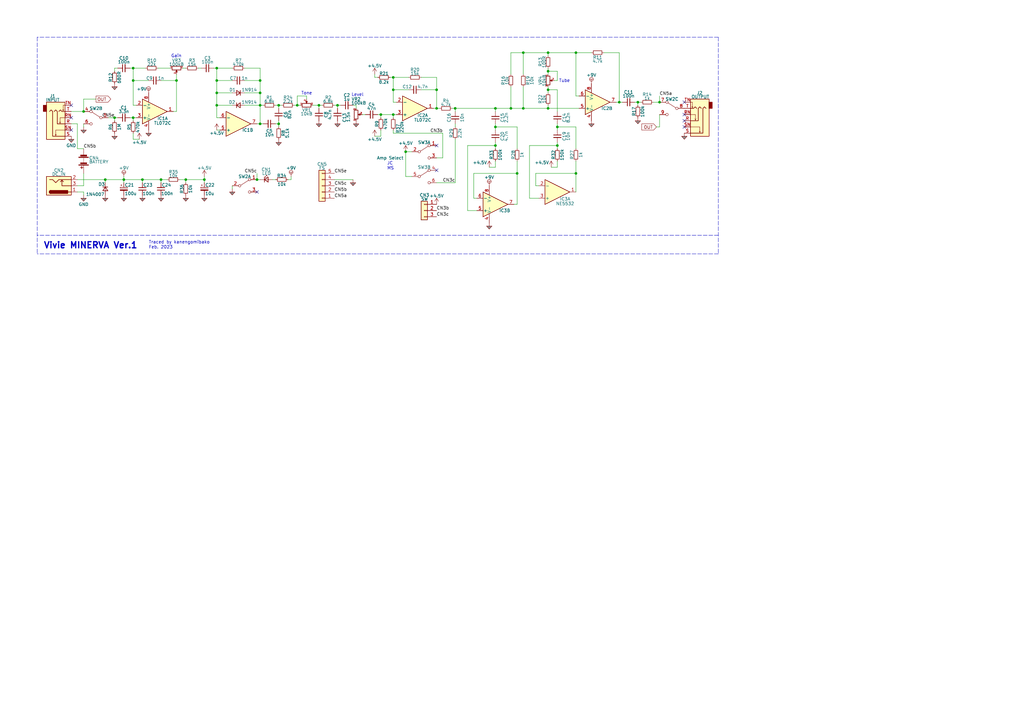
<source format=kicad_sch>
(kicad_sch (version 20230121) (generator eeschema)
  (paper "A3")
  (lib_symbols
    (symbol "Amplifier_Operational:LM358" (pin_names (offset 0.127))
      (property "Reference" "U" (at 0 5.08 0))
      (property "Value" "LM358" (at 0 -5.08 0))
      (symbol "LM358_1_1"
        (polyline (pts (xy -5.08 5.08) (xy 5.08 0) (xy -5.08 -5.08) (xy -5.08 5.08)) (stroke (width 0.254)) (fill (type background)))
        (pin output line (at 7.62 0 180) (length 2.54) (name "~") (number "1"))
        (pin input line (at -7.62 -2.54 0) (length 2.54) (name "-") (number "2"))
        (pin input line (at -7.62 2.54 0) (length 2.54) (name "+") (number "3"))
      )
      (symbol "LM358_2_1"
        (polyline (pts (xy -5.08 5.08) (xy 5.08 0) (xy -5.08 -5.08) (xy -5.08 5.08)) (stroke (width 0.254)) (fill (type background)))
        (pin input line (at -7.62 2.54 0) (length 2.54) (name "+") (number "5"))
        (pin input line (at -7.62 -2.54 0) (length 2.54) (name "-") (number "6"))
        (pin output line (at 7.62 0 180) (length 2.54) (name "~") (number "7"))
      )
      (symbol "LM358_3_1"
        (pin power_in line (at -2.54 -7.62 90) (length 3.81) (name "V-") (number "4"))
        (pin power_in line (at -2.54 7.62 270) (length 3.81) (name "V+") (number "8"))
      )
    )
    (symbol "Connector:Barrel_Jack_Switch" (pin_names hide)
      (property "Reference" "J" (at 0 5.334 0))
      (property "Value" "Barrel_Jack_Switch" (at 0 -5.08 0))
      (symbol "Barrel_Jack_Switch_0_1"
        (rectangle (start -5.08 3.81) (end 5.08 -3.81) (stroke (width 0.254)) (fill (type background)))
        (arc (start -3.302 3.175) (mid -3.9343 2.54) (end -3.302 1.905) (stroke (width 0.254)))
        (arc (start -3.302 3.175) (mid -3.9343 2.54) (end -3.302 1.905) (stroke (width 0.254)) (fill (type outline)))
        (polyline (pts (xy 1.27 -2.286) (xy 1.905 -1.651)) (stroke (width 0.254)))
        (polyline (pts (xy 5.08 2.54) (xy 3.81 2.54)) (stroke (width 0.254)))
        (polyline (pts (xy 5.08 0) (xy 1.27 0) (xy 1.27 -2.286) (xy 0.635 -1.651)) (stroke (width 0.254)))
        (polyline (pts (xy -3.81 -2.54) (xy -2.54 -2.54) (xy -1.27 -1.27) (xy 0 -2.54) (xy 2.54 -2.54) (xy 5.08 -2.54)) (stroke (width 0.254)))
        (rectangle (start 3.683 3.175) (end -3.302 1.905) (stroke (width 0.254)) (fill (type outline)))
      )
      (symbol "Barrel_Jack_Switch_1_1"
        (pin passive line (at 7.62 2.54 180) (length 2.54) (name "~") (number "1"))
        (pin passive line (at 7.62 -2.54 180) (length 2.54) (name "~") (number "2"))
        (pin passive line (at 7.62 0 180) (length 2.54) (name "~") (number "3"))
      )
    )
    (symbol "Connector_Audio:AudioJack3_Switch"
      (property "Reference" "J" (at 0 11.43 0))
      (property "Value" "AudioJack3_Switch" (at 0 8.89 0))
      (symbol "AudioJack3_Switch_0_1"
        (rectangle (start -5.08 -5.08) (end -6.35 -7.62) (stroke (width 0.254)) (fill (type outline)))
        (polyline (pts (xy -1.27 4.826) (xy -1.016 4.318)))
        (polyline (pts (xy 0.508 -0.254) (xy 0.762 -0.762)))
        (polyline (pts (xy 1.778 -5.334) (xy 2.032 -5.842)))
        (polyline (pts (xy 0 -5.08) (xy 0.635 -5.715) (xy 1.27 -5.08) (xy 2.54 -5.08)) (stroke (width 0.254)))
        (polyline (pts (xy 2.54 -7.62) (xy 1.778 -7.62) (xy 1.778 -5.334) (xy 1.524 -5.842)))
        (polyline (pts (xy 2.54 -2.54) (xy 0.508 -2.54) (xy 0.508 -0.254) (xy 0.254 -0.762)))
        (polyline (pts (xy 2.54 2.54) (xy -1.27 2.54) (xy -1.27 4.826) (xy -1.524 4.318)))
        (polyline (pts (xy -1.905 -5.08) (xy -1.27 -5.715) (xy -0.635 -5.08) (xy -0.635 0) (xy 2.54 0)) (stroke (width 0.254)))
        (polyline (pts (xy 2.54 5.08) (xy -2.54 5.08) (xy -2.54 -5.08) (xy -3.175 -5.715) (xy -3.81 -5.08)) (stroke (width 0.254)))
        (rectangle (start 2.54 6.35) (end -5.08 -8.89) (stroke (width 0.254)) (fill (type background)))
      )
      (symbol "AudioJack3_Switch_1_1"
        (pin passive line (at 5.08 0 180) (length 2.54) (name "~") (number "R"))
        (pin passive line (at 5.08 -2.54 180) (length 2.54) (name "~") (number "RN"))
        (pin passive line (at 5.08 5.08 180) (length 2.54) (name "~") (number "S"))
        (pin passive line (at 5.08 2.54 180) (length 2.54) (name "~") (number "SN"))
        (pin passive line (at 5.08 -5.08 180) (length 2.54) (name "~") (number "T"))
        (pin passive line (at 5.08 -7.62 180) (length 2.54) (name "~") (number "TN"))
      )
    )
    (symbol "Connector_Generic:Conn_01x03" (pin_names (offset 1.016) hide)
      (property "Reference" "J" (at 0 5.08 0))
      (property "Value" "Conn_01x03" (at 0 -5.08 0))
      (symbol "Conn_01x03_1_1"
        (rectangle (start -1.27 -2.413) (end 0 -2.667) (stroke (width 0.1524)))
        (rectangle (start -1.27 0.127) (end 0 -0.127) (stroke (width 0.1524)))
        (rectangle (start -1.27 2.667) (end 0 2.413) (stroke (width 0.1524)))
        (rectangle (start -1.27 3.81) (end 1.27 -3.81) (stroke (width 0.254)) (fill (type background)))
        (pin passive line (at -5.08 2.54 0) (length 3.81) (name "Pin_1") (number "1"))
        (pin passive line (at -5.08 0 0) (length 3.81) (name "Pin_2") (number "2"))
        (pin passive line (at -5.08 -2.54 0) (length 3.81) (name "Pin_3") (number "3"))
      )
    )
    (symbol "Connector_Generic:Conn_01x05" (pin_names (offset 1.016) hide)
      (property "Reference" "J" (at 0 7.62 0))
      (property "Value" "Conn_01x05" (at 0 -7.62 0))
      (symbol "Conn_01x05_1_1"
        (rectangle (start -1.27 -4.953) (end 0 -5.207) (stroke (width 0.1524)))
        (rectangle (start -1.27 -2.413) (end 0 -2.667) (stroke (width 0.1524)))
        (rectangle (start -1.27 0.127) (end 0 -0.127) (stroke (width 0.1524)))
        (rectangle (start -1.27 2.667) (end 0 2.413) (stroke (width 0.1524)))
        (rectangle (start -1.27 5.207) (end 0 4.953) (stroke (width 0.1524)))
        (rectangle (start -1.27 6.35) (end 1.27 -6.35) (stroke (width 0.254)) (fill (type background)))
        (pin passive line (at -5.08 5.08 0) (length 3.81) (name "Pin_1") (number "1"))
        (pin passive line (at -5.08 2.54 0) (length 3.81) (name "Pin_2") (number "2"))
        (pin passive line (at -5.08 0 0) (length 3.81) (name "Pin_3") (number "3"))
        (pin passive line (at -5.08 -2.54 0) (length 3.81) (name "Pin_4") (number "4"))
        (pin passive line (at -5.08 -5.08 0) (length 3.81) (name "Pin_5") (number "5"))
      )
    )
    (symbol "Device:Battery" (pin_numbers hide) (pin_names (offset 0) hide)
      (property "Reference" "BT" (at 2.54 2.54 0))
      (property "Value" "Battery" (at 2.54 0 0))
      (symbol "Battery_0_1"
        (rectangle (start -2.032 -1.397) (end 2.032 -1.651) (fill (type outline)))
        (rectangle (start -2.032 1.778) (end 2.032 1.524) (fill (type outline)))
        (rectangle (start -1.3208 -1.9812) (end 1.27 -2.4892) (fill (type outline)))
        (rectangle (start -1.3208 1.1938) (end 1.27 0.6858) (fill (type outline)))
        (polyline (pts (xy 0 -1.524) (xy 0 -1.27)))
        (polyline (pts (xy 0 -1.016) (xy 0 -0.762)))
        (polyline (pts (xy 0 -0.508) (xy 0 -0.254)))
        (polyline (pts (xy 0 0) (xy 0 0.254)))
        (polyline (pts (xy 0 0.508) (xy 0 0.762)))
        (polyline (pts (xy 0 1.778) (xy 0 2.54)))
        (polyline (pts (xy 0.254 2.667) (xy 1.27 2.667)) (stroke (width 0.254)))
        (polyline (pts (xy 0.762 3.175) (xy 0.762 2.159)) (stroke (width 0.254)))
      )
      (symbol "Battery_1_1"
        (pin passive line (at 0 5.08 270) (length 2.54) (name "+") (number "1"))
        (pin passive line (at 0 -5.08 90) (length 2.54) (name "-") (number "2"))
      )
    )
    (symbol "Device:C_Polarized_Small" (pin_numbers hide) (pin_names (offset 0.254) hide)
      (property "Reference" "C" (at 0.254 1.778 0))
      (property "Value" "C_Polarized_Small" (at 0.254 -2.032 0))
      (symbol "C_Polarized_Small_0_1"
        (rectangle (start -1.524 -0.3048) (end 1.524 -0.6858) (fill (type outline)))
        (rectangle (start -1.524 0.6858) (end 1.524 0.3048))
        (polyline (pts (xy -1.27 1.524) (xy -0.762 1.524)))
        (polyline (pts (xy -1.016 1.27) (xy -1.016 1.778)))
      )
      (symbol "C_Polarized_Small_1_1"
        (pin passive line (at 0 2.54 270) (length 1.8542) (name "~") (number "1"))
        (pin passive line (at 0 -2.54 90) (length 1.8542) (name "~") (number "2"))
      )
    )
    (symbol "Device:C_Small" (pin_numbers hide) (pin_names (offset 0.254) hide)
      (property "Reference" "C" (at 0.254 1.778 0))
      (property "Value" "C_Small" (at 0.254 -2.032 0))
      (symbol "C_Small_0_1"
        (polyline (pts (xy -1.524 -0.508) (xy 1.524 -0.508)) (stroke (width 0.3302)))
        (polyline (pts (xy -1.524 0.508) (xy 1.524 0.508)) (stroke (width 0.3048)))
      )
      (symbol "C_Small_1_1"
        (pin passive line (at 0 2.54 270) (length 2.032) (name "~") (number "1"))
        (pin passive line (at 0 -2.54 90) (length 2.032) (name "~") (number "2"))
      )
    )
    (symbol "Device:D_Small" (pin_numbers hide) (pin_names (offset 0.254) hide)
      (property "Reference" "D" (at -1.27 2.032 0))
      (property "Value" "D_Small" (at -3.81 -2.032 0))
      (symbol "D_Small_0_1"
        (polyline (pts (xy -0.762 -1.016) (xy -0.762 1.016)) (stroke (width 0.254)))
        (polyline (pts (xy -0.762 0) (xy 0.762 0)))
        (polyline (pts (xy 0.762 -1.016) (xy -0.762 0) (xy 0.762 1.016) (xy 0.762 -1.016)) (stroke (width 0.254)))
      )
      (symbol "D_Small_1_1"
        (pin passive line (at -2.54 0 0) (length 1.778) (name "K") (number "1"))
        (pin passive line (at 2.54 0 180) (length 1.778) (name "A") (number "2"))
      )
    )
    (symbol "Device:LED_Small" (pin_numbers hide) (pin_names (offset 0.254) hide)
      (property "Reference" "D" (at -1.27 3.175 0))
      (property "Value" "LED_Small" (at -4.445 -2.54 0))
      (symbol "LED_Small_0_1"
        (polyline (pts (xy -0.762 -1.016) (xy -0.762 1.016)) (stroke (width 0.254)))
        (polyline (pts (xy 1.016 0) (xy -0.762 0)))
        (polyline (pts (xy 0.762 -1.016) (xy -0.762 0) (xy 0.762 1.016) (xy 0.762 -1.016)) (stroke (width 0.254)))
        (polyline (pts (xy 0 0.762) (xy -0.508 1.27) (xy -0.254 1.27) (xy -0.508 1.27) (xy -0.508 1.016)))
        (polyline (pts (xy 0.508 1.27) (xy 0 1.778) (xy 0.254 1.778) (xy 0 1.778) (xy 0 1.524)))
      )
      (symbol "LED_Small_1_1"
        (pin passive line (at -2.54 0 0) (length 1.778) (name "K") (number "1"))
        (pin passive line (at 2.54 0 180) (length 1.778) (name "A") (number "2"))
      )
    )
    (symbol "Device:R_Potentiometer_Small" (pin_names (offset 1.016) hide)
      (property "Reference" "RV" (at -4.445 0 90))
      (property "Value" "R_Potentiometer_Small" (at -2.54 0 90))
      (symbol "R_Potentiometer_Small_0_1"
        (polyline (pts (xy 0.889 0) (xy 0.635 0) (xy 1.651 0.381) (xy 1.651 -0.381) (xy 0.635 0) (xy 0.889 0)) (fill (type outline)))
        (rectangle (start 0.762 1.8034) (end -0.762 -1.8034) (stroke (width 0.254)))
      )
      (symbol "R_Potentiometer_Small_1_1"
        (pin passive line (at 0 2.54 270) (length 0.635) (name "1") (number "1"))
        (pin passive line (at 2.54 0 180) (length 0.9906) (name "2") (number "2"))
        (pin passive line (at 0 -2.54 90) (length 0.635) (name "3") (number "3"))
      )
    )
    (symbol "Device:R_Small" (pin_numbers hide) (pin_names (offset 0.254) hide)
      (property "Reference" "R" (at 0.762 0.508 0))
      (property "Value" "R_Small" (at 0.762 -1.016 0))
      (symbol "R_Small_0_1"
        (rectangle (start -0.762 1.778) (end 0.762 -1.778) (stroke (width 0.2032)))
      )
      (symbol "R_Small_1_1"
        (pin passive line (at 0 2.54 270) (length 0.762) (name "~") (number "1"))
        (pin passive line (at 0 -2.54 90) (length 0.762) (name "~") (number "2"))
      )
    )
    (symbol "Switch:SW_DPDT_x2" (pin_names (offset 0) hide)
      (property "Reference" "SW" (at 0 4.318 0))
      (property "Value" "SW_DPDT_x2" (at 0 -5.08 0))
      (symbol "SW_DPDT_x2_0_0"
        (circle (center -2.032 0) (radius 0.508))
        (circle (center 2.032 -2.54) (radius 0.508))
      )
      (symbol "SW_DPDT_x2_0_1"
        (polyline (pts (xy -1.524 0.254) (xy 1.651 2.286)))
        (circle (center 2.032 2.54) (radius 0.508))
      )
      (symbol "SW_DPDT_x2_1_1"
        (pin passive line (at 5.08 2.54 180) (length 2.54) (name "A") (number "1"))
        (pin passive line (at -5.08 0 0) (length 2.54) (name "B") (number "2"))
        (pin passive line (at 5.08 -2.54 180) (length 2.54) (name "C") (number "3"))
      )
      (symbol "SW_DPDT_x2_2_1"
        (pin passive line (at 5.08 2.54 180) (length 2.54) (name "A") (number "4"))
        (pin passive line (at -5.08 0 0) (length 2.54) (name "B") (number "5"))
        (pin passive line (at 5.08 -2.54 180) (length 2.54) (name "C") (number "6"))
      )
    )
    (symbol "myLib:+4.5V" (power) (pin_names (offset 0))
      (property "Value" "+4.5V" (at 0 3.556 0))
      (symbol "+4.5V_0_1"
        (polyline (pts (xy -0.762 1.27) (xy 0 2.54)))
        (polyline (pts (xy 0 0) (xy 0 2.54)))
        (polyline (pts (xy 0 2.54) (xy 0.762 1.27)))
      )
      (symbol "+4.5V_1_1"
        (pin power_in line (at 0 0 90) (length 0) hide (name "+4.5V") (number "1"))
      )
    )
    (symbol "myLib:+9V" (power) (pin_names (offset 0))
      (property "Value" "+9V" (at 0 3.556 0))
      (symbol "+9V_0_0"
        (polyline (pts (xy -0.762 1.778) (xy 0.762 1.778)))
        (circle (center 0 1.778) (radius 0.7725))
      )
      (symbol "+9V_0_1"
        (polyline (pts (xy 0 0) (xy 0 1.778)))
      )
      (symbol "+9V_1_1"
        (pin power_in line (at 0 0 90) (length 0) hide (name "+9V") (number "1"))
      )
    )
    (symbol "myLib:GND2" (power) (pin_names (offset 0))
      (symbol "GND2_0_1"
        (polyline (pts (xy 0 0) (xy 0 -1.27)))
        (polyline (pts (xy 0 -2.54) (xy 1.143 -1.27) (xy -1.143 -1.27) (xy 0 -2.54)) (fill (type color) (color 132 132 132 1)))
      )
      (symbol "GND2_1_1"
        (pin power_in line (at 0 0 270) (length 0) hide (name "GND") (number "1"))
      )
    )
    (symbol "myLib:SW_3PDT" (pin_names (offset 0) hide)
      (property "Reference" "SW" (at 0 4.318 0))
      (property "Value" "SW_3PDT" (at 0 -5.08 0))
      (symbol "SW_3PDT_0_0"
        (circle (center -2.032 0) (radius 0.508))
        (circle (center 2.032 -2.54) (radius 0.508))
      )
      (symbol "SW_3PDT_0_1"
        (polyline (pts (xy -1.524 0.254) (xy 1.651 2.286)))
        (circle (center 2.032 2.54) (radius 0.508))
      )
      (symbol "SW_3PDT_1_1"
        (pin passive line (at 5.08 2.54 180) (length 2.54) (name "A") (number "1"))
        (pin passive line (at -5.08 0 0) (length 2.54) (name "B") (number "2"))
        (pin passive line (at 5.08 -2.54 180) (length 2.54) (name "C") (number "3"))
      )
      (symbol "SW_3PDT_2_1"
        (pin passive line (at 5.08 2.54 180) (length 2.54) (name "A") (number "4"))
        (pin passive line (at -5.08 0 0) (length 2.54) (name "B") (number "5"))
        (pin passive line (at 5.08 -2.54 180) (length 2.54) (name "C") (number "6"))
      )
      (symbol "SW_3PDT_3_1"
        (pin passive line (at 5.08 2.54 180) (length 2.54) (name "A") (number "7"))
        (pin passive line (at -5.08 0 0) (length 2.54) (name "B") (number "8"))
        (pin passive line (at 5.08 -2.54 180) (length 2.54) (name "C") (number "9"))
      )
    )
  )
  (junction (at 254 41.91))
  (junction (at 54.61 48.26))
  (junction (at 114.3 50.8))
  (junction (at 114.3 43.18))
  (junction (at 106.68 43.18))
  (junction (at 72.39 33.02))
  (junction (at 236.22 21.59))
  (junction (at 88.9 43.18))
  (junction (at 203.2 44.45))
  (junction (at 209.55 44.45))
  (junction (at 43.18 73.66))
  (junction (at 88.9 27.94))
  (junction (at 54.61 27.94))
  (junction (at 228.6 59.69))
  (junction (at 121.92 43.18))
  (junction (at 224.79 29.21))
  (junction (at 88.9 38.1))
  (junction (at 46.99 48.26))
  (junction (at 58.42 73.66))
  (junction (at 224.79 44.45))
  (junction (at 34.29 45.72))
  (junction (at 76.2 73.66))
  (junction (at 224.79 36.83))
  (junction (at 161.29 31.75))
  (junction (at 270.51 41.91))
  (junction (at 179.07 44.45))
  (junction (at 106.68 33.02))
  (junction (at 130.81 43.18))
  (junction (at 186.69 44.45))
  (junction (at 261.62 41.91))
  (junction (at 203.2 52.07))
  (junction (at 228.6 52.07))
  (junction (at 212.09 71.12))
  (junction (at 161.29 36.83))
  (junction (at 106.68 38.1))
  (junction (at 224.79 21.59))
  (junction (at 203.2 59.69))
  (junction (at 161.29 46.99))
  (junction (at 236.22 71.12))
  (junction (at 54.61 33.02))
  (junction (at 179.07 36.83))
  (junction (at 214.63 44.45))
  (junction (at 106.68 50.8))
  (junction (at 156.21 46.99))
  (junction (at 138.43 43.18))
  (junction (at 50.8 73.66))
  (junction (at 105.41 73.66))
  (junction (at 166.37 62.23))
  (junction (at 88.9 33.02))
  (junction (at 214.63 21.59))
  (junction (at 66.04 73.66))
  (junction (at 83.82 73.66))
  (no_connect (at 179.07 69.85))
  (no_connect (at 280.67 52.07))
  (no_connect (at 179.07 59.69))
  (no_connect (at 29.21 43.18))
  (no_connect (at 280.67 41.91))
  (no_connect (at 105.41 78.74))
  (no_connect (at 29.21 53.34))
  (no_connect (at 280.67 49.53))
  (no_connect (at 29.21 48.26))
  (no_connect (at 280.67 46.99))
  (wire (pts (xy 214.63 21.59) (xy 224.79 21.59)))
  (wire (pts (xy 58.42 73.66) (xy 50.8 73.66)))
  (wire (pts (xy 100.33 38.1) (xy 106.68 38.1)))
  (wire (pts (xy 95.25 77.47) (xy 95.25 76.2)))
  (wire (pts (xy 228.6 45.72) (xy 228.6 36.83)))
  (wire (pts (xy 29.21 50.8) (xy 31.75 50.8)))
  (wire (pts (xy 34.29 40.64) (xy 39.37 40.64)))
  (wire (pts (xy 267.97 41.91) (xy 270.51 41.91)))
  (wire (pts (xy 66.04 33.02) (xy 72.39 33.02)))
  (wire (pts (xy 186.69 57.15) (xy 186.69 74.93)))
  (wire (pts (xy 50.8 73.66) (xy 50.8 74.93)))
  (wire (pts (xy 200.66 68.58) (xy 203.2 68.58)))
  (wire (pts (xy 54.61 27.94) (xy 54.61 33.02)))
  (wire (pts (xy 125.73 39.37) (xy 125.73 40.64)))
  (wire (pts (xy 214.63 35.56) (xy 214.63 44.45)))
  (wire (pts (xy 261.62 41.91) (xy 262.89 41.91)))
  (wire (pts (xy 138.43 43.18) (xy 138.43 44.45)))
  (wire (pts (xy 224.79 44.45) (xy 237.49 44.45)))
  (wire (pts (xy 224.79 29.21) (xy 224.79 30.48)))
  (wire (pts (xy 260.35 41.91) (xy 261.62 41.91)))
  (wire (pts (xy 138.43 43.18) (xy 139.7 43.18)))
  (wire (pts (xy 54.61 33.02) (xy 54.61 43.18)))
  (wire (pts (xy 118.11 73.66) (xy 119.38 73.66)))
  (wire (pts (xy 228.6 33.02) (xy 228.6 29.21)))
  (wire (pts (xy 228.6 52.07) (xy 228.6 53.34)))
  (wire (pts (xy 209.55 21.59) (xy 209.55 30.48)))
  (wire (pts (xy 179.07 74.93) (xy 186.69 74.93)))
  (wire (pts (xy 228.6 58.42) (xy 228.6 59.69)))
  (wire (pts (xy 29.21 45.72) (xy 34.29 45.72)))
  (wire (pts (xy 210.82 83.82) (xy 212.09 83.82)))
  (wire (pts (xy 219.71 71.12) (xy 236.22 71.12)))
  (wire (pts (xy 44.45 48.26) (xy 46.99 48.26)))
  (polyline (pts (xy 294.64 104.14) (xy 15.24 104.14)) (stroke (width 0) (type dash)))
  (wire (pts (xy 270.51 46.99) (xy 270.51 52.07)))
  (wire (pts (xy 54.61 27.94) (xy 59.69 27.94)))
  (wire (pts (xy 88.9 33.02) (xy 95.25 33.02)))
  (wire (pts (xy 88.9 43.18) (xy 88.9 48.26)))
  (wire (pts (xy 54.61 33.02) (xy 60.96 33.02)))
  (polyline (pts (xy 294.64 15.24) (xy 15.24 15.24)) (stroke (width 0) (type dash)))
  (wire (pts (xy 179.07 31.75) (xy 179.07 36.83)))
  (wire (pts (xy 219.71 76.2) (xy 220.98 76.2)))
  (wire (pts (xy 203.2 58.42) (xy 203.2 59.69)))
  (wire (pts (xy 166.37 72.39) (xy 168.91 72.39)))
  (wire (pts (xy 54.61 48.26) (xy 54.61 49.53)))
  (wire (pts (xy 236.22 71.12) (xy 236.22 78.74)))
  (wire (pts (xy 228.6 66.04) (xy 228.6 68.58)))
  (wire (pts (xy 236.22 39.37) (xy 237.49 39.37)))
  (wire (pts (xy 224.79 27.94) (xy 224.79 29.21)))
  (wire (pts (xy 269.24 52.07) (xy 270.51 52.07)))
  (wire (pts (xy 160.02 31.75) (xy 161.29 31.75)))
  (wire (pts (xy 76.2 73.66) (xy 76.2 74.93)))
  (wire (pts (xy 46.99 27.94) (xy 46.99 29.21)))
  (wire (pts (xy 88.9 38.1) (xy 95.25 38.1)))
  (wire (pts (xy 270.51 39.37) (xy 270.51 41.91)))
  (wire (pts (xy 203.2 50.8) (xy 203.2 52.07)))
  (wire (pts (xy 72.39 33.02) (xy 72.39 45.72)))
  (wire (pts (xy 228.6 60.96) (xy 228.6 59.69)))
  (wire (pts (xy 106.68 43.18) (xy 106.68 50.8)))
  (wire (pts (xy 219.71 76.2) (xy 219.71 71.12)))
  (wire (pts (xy 53.34 27.94) (xy 54.61 27.94)))
  (wire (pts (xy 114.3 50.8) (xy 114.3 52.07)))
  (wire (pts (xy 66.04 73.66) (xy 58.42 73.66)))
  (wire (pts (xy 191.77 86.36) (xy 195.58 86.36)))
  (wire (pts (xy 153.67 55.88) (xy 156.21 55.88)))
  (wire (pts (xy 227.33 33.02) (xy 228.6 33.02)))
  (wire (pts (xy 72.39 30.48) (xy 72.39 33.02)))
  (wire (pts (xy 224.79 29.21) (xy 228.6 29.21)))
  (wire (pts (xy 50.8 72.39) (xy 50.8 73.66)))
  (wire (pts (xy 203.2 66.04) (xy 203.2 68.58)))
  (wire (pts (xy 194.31 71.12) (xy 212.09 71.12)))
  (wire (pts (xy 161.29 46.99) (xy 161.29 48.26)))
  (wire (pts (xy 88.9 43.18) (xy 95.25 43.18)))
  (wire (pts (xy 105.41 73.66) (xy 106.68 73.66)))
  (wire (pts (xy 228.6 50.8) (xy 228.6 52.07)))
  (wire (pts (xy 209.55 21.59) (xy 214.63 21.59)))
  (wire (pts (xy 254 21.59) (xy 254 41.91)))
  (wire (pts (xy 217.17 81.28) (xy 220.98 81.28)))
  (wire (pts (xy 137.16 73.66) (xy 144.78 73.66)))
  (wire (pts (xy 224.79 36.83) (xy 228.6 36.83)))
  (wire (pts (xy 120.65 43.18) (xy 121.92 43.18)))
  (wire (pts (xy 224.79 21.59) (xy 236.22 21.59)))
  (wire (pts (xy 156.21 53.34) (xy 156.21 55.88)))
  (wire (pts (xy 69.85 27.94) (xy 64.77 27.94)))
  (wire (pts (xy 83.82 73.66) (xy 83.82 74.93)))
  (wire (pts (xy 100.33 27.94) (xy 106.68 27.94)))
  (wire (pts (xy 34.29 71.12) (xy 34.29 76.2)))
  (polyline (pts (xy 294.64 96.52) (xy 15.24 96.52)) (stroke (width 0) (type dash)))
  (wire (pts (xy 100.33 43.18) (xy 106.68 43.18)))
  (wire (pts (xy 194.31 81.28) (xy 195.58 81.28)))
  (wire (pts (xy 68.58 73.66) (xy 66.04 73.66)))
  (wire (pts (xy 166.37 62.23) (xy 168.91 62.23)))
  (wire (pts (xy 88.9 48.26) (xy 90.17 48.26)))
  (wire (pts (xy 114.3 43.18) (xy 115.57 43.18)))
  (wire (pts (xy 31.75 73.66) (xy 43.18 73.66)))
  (wire (pts (xy 31.75 60.96) (xy 34.29 60.96)))
  (wire (pts (xy 179.07 44.45) (xy 180.34 44.45)))
  (wire (pts (xy 76.2 27.94) (xy 74.93 27.94)))
  (wire (pts (xy 88.9 53.34) (xy 90.17 53.34)))
  (wire (pts (xy 113.03 43.18) (xy 114.3 43.18)))
  (wire (pts (xy 203.2 44.45) (xy 209.55 44.45)))
  (wire (pts (xy 137.16 43.18) (xy 138.43 43.18)))
  (wire (pts (xy 172.72 36.83) (xy 179.07 36.83)))
  (wire (pts (xy 46.99 48.26) (xy 46.99 49.53)))
  (wire (pts (xy 81.28 27.94) (xy 82.55 27.94)))
  (wire (pts (xy 130.81 43.18) (xy 128.27 43.18)))
  (wire (pts (xy 88.9 33.02) (xy 88.9 38.1)))
  (wire (pts (xy 106.68 33.02) (xy 106.68 27.94)))
  (wire (pts (xy 177.8 44.45) (xy 179.07 44.45)))
  (wire (pts (xy 114.3 49.53) (xy 114.3 50.8)))
  (wire (pts (xy 181.61 64.77) (xy 179.07 64.77)))
  (wire (pts (xy 130.81 43.18) (xy 132.08 43.18)))
  (wire (pts (xy 156.21 46.99) (xy 156.21 48.26)))
  (wire (pts (xy 83.82 72.39) (xy 83.82 73.66)))
  (wire (pts (xy 166.37 62.23) (xy 166.37 72.39)))
  (wire (pts (xy 214.63 44.45) (xy 224.79 44.45)))
  (wire (pts (xy 179.07 36.83) (xy 179.07 44.45)))
  (wire (pts (xy 161.29 54.61) (xy 181.61 54.61)))
  (wire (pts (xy 106.68 43.18) (xy 107.95 43.18)))
  (wire (pts (xy 161.29 36.83) (xy 161.29 31.75)))
  (wire (pts (xy 88.9 27.94) (xy 88.9 33.02)))
  (wire (pts (xy 105.41 50.8) (xy 106.68 50.8)))
  (wire (pts (xy 172.72 31.75) (xy 179.07 31.75)))
  (wire (pts (xy 203.2 59.69) (xy 191.77 59.69)))
  (wire (pts (xy 212.09 52.07) (xy 212.09 60.96)))
  (wire (pts (xy 114.3 50.8) (xy 113.03 50.8)))
  (wire (pts (xy 224.79 21.59) (xy 224.79 22.86)))
  (wire (pts (xy 203.2 52.07) (xy 212.09 52.07)))
  (wire (pts (xy 34.29 40.64) (xy 34.29 45.72)))
  (wire (pts (xy 186.69 44.45) (xy 186.69 45.72)))
  (wire (pts (xy 43.18 73.66) (xy 43.18 74.93)))
  (wire (pts (xy 58.42 73.66) (xy 58.42 74.93)))
  (wire (pts (xy 224.79 35.56) (xy 224.79 36.83)))
  (wire (pts (xy 31.75 78.74) (xy 34.29 78.74)))
  (wire (pts (xy 55.88 43.18) (xy 54.61 43.18)))
  (wire (pts (xy 186.69 50.8) (xy 186.69 52.07)))
  (wire (pts (xy 31.75 50.8) (xy 31.75 60.96)))
  (wire (pts (xy 100.33 33.02) (xy 106.68 33.02)))
  (wire (pts (xy 247.65 21.59) (xy 254 21.59)))
  (wire (pts (xy 214.63 21.59) (xy 214.63 30.48)))
  (wire (pts (xy 236.22 52.07) (xy 236.22 60.96)))
  (wire (pts (xy 186.69 44.45) (xy 203.2 44.45)))
  (wire (pts (xy 71.12 45.72) (xy 72.39 45.72)))
  (wire (pts (xy 194.31 81.28) (xy 194.31 71.12)))
  (wire (pts (xy 95.25 27.94) (xy 88.9 27.94)))
  (wire (pts (xy 203.2 59.69) (xy 203.2 60.96)))
  (wire (pts (xy 161.29 46.99) (xy 162.56 46.99)))
  (wire (pts (xy 224.79 36.83) (xy 224.79 38.1)))
  (wire (pts (xy 46.99 48.26) (xy 48.26 48.26)))
  (wire (pts (xy 76.2 73.66) (xy 83.82 73.66)))
  (wire (pts (xy 130.81 44.45) (xy 130.81 43.18)))
  (wire (pts (xy 153.67 30.48) (xy 153.67 31.75)))
  (wire (pts (xy 161.29 41.91) (xy 162.56 41.91)))
  (wire (pts (xy 34.29 78.74) (xy 34.29 80.01)))
  (wire (pts (xy 228.6 59.69) (xy 217.17 59.69)))
  (wire (pts (xy 236.22 66.04) (xy 236.22 71.12)))
  (wire (pts (xy 53.34 48.26) (xy 54.61 48.26)))
  (wire (pts (xy 209.55 44.45) (xy 214.63 44.45)))
  (wire (pts (xy 154.94 46.99) (xy 156.21 46.99)))
  (wire (pts (xy 191.77 59.69) (xy 191.77 86.36)))
  (wire (pts (xy 217.17 59.69) (xy 217.17 81.28)))
  (wire (pts (xy 156.21 46.99) (xy 161.29 46.99)))
  (wire (pts (xy 54.61 54.61) (xy 54.61 57.15)))
  (wire (pts (xy 87.63 27.94) (xy 88.9 27.94)))
  (polyline (pts (xy 294.64 15.24) (xy 294.64 104.14)) (stroke (width 0) (type dash)))
  (wire (pts (xy 203.2 52.07) (xy 203.2 53.34)))
  (wire (pts (xy 261.62 41.91) (xy 261.62 43.18)))
  (wire (pts (xy 105.41 71.12) (xy 105.41 73.66)))
  (polyline (pts (xy 15.24 15.24) (xy 15.24 104.14)) (stroke (width 0) (type dash)))
  (wire (pts (xy 107.95 50.8) (xy 106.68 50.8)))
  (wire (pts (xy 31.75 76.2) (xy 34.29 76.2)))
  (wire (pts (xy 50.8 73.66) (xy 43.18 73.66)))
  (wire (pts (xy 144.78 43.18) (xy 146.05 43.18)))
  (wire (pts (xy 212.09 71.12) (xy 212.09 83.82)))
  (wire (pts (xy 153.67 31.75) (xy 154.94 31.75)))
  (wire (pts (xy 203.2 44.45) (xy 203.2 45.72)))
  (wire (pts (xy 114.3 43.18) (xy 114.3 44.45)))
  (wire (pts (xy 66.04 73.66) (xy 66.04 74.93)))
  (wire (pts (xy 228.6 52.07) (xy 236.22 52.07)))
  (wire (pts (xy 254 41.91) (xy 255.27 41.91)))
  (wire (pts (xy 224.79 44.45) (xy 224.79 43.18)))
  (wire (pts (xy 121.92 39.37) (xy 121.92 43.18)))
  (wire (pts (xy 121.92 39.37) (xy 125.73 39.37)))
  (wire (pts (xy 161.29 31.75) (xy 167.64 31.75)))
  (wire (pts (xy 242.57 21.59) (xy 236.22 21.59)))
  (wire (pts (xy 73.66 73.66) (xy 76.2 73.66)))
  (wire (pts (xy 254 41.91) (xy 252.73 41.91)))
  (wire (pts (xy 185.42 44.45) (xy 186.69 44.45)))
  (wire (pts (xy 212.09 66.04) (xy 212.09 71.12)))
  (wire (pts (xy 48.26 27.94) (xy 46.99 27.94)))
  (wire (pts (xy 161.29 53.34) (xy 161.29 54.61)))
  (wire (pts (xy 106.68 38.1) (xy 106.68 43.18)))
  (wire (pts (xy 209.55 35.56) (xy 209.55 44.45)))
  (wire (pts (xy 181.61 54.61) (xy 181.61 64.77)))
  (wire (pts (xy 34.29 52.07) (xy 34.29 50.8)))
  (wire (pts (xy 146.05 43.18) (xy 146.05 44.45)))
  (wire (pts (xy 236.22 21.59) (xy 236.22 39.37)))
  (wire (pts (xy 106.68 33.02) (xy 106.68 38.1)))
  (wire (pts (xy 88.9 38.1) (xy 88.9 43.18)))
  (wire (pts (xy 54.61 57.15) (xy 57.15 57.15)))
  (wire (pts (xy 226.06 68.58) (xy 228.6 68.58)))
  (wire (pts (xy 148.59 46.99) (xy 149.86 46.99)))
  (wire (pts (xy 111.76 73.66) (xy 113.03 73.66)))
  (wire (pts (xy 161.29 41.91) (xy 161.29 36.83)))
  (wire (pts (xy 161.29 36.83) (xy 167.64 36.83)))
  (wire (pts (xy 54.61 48.26) (xy 55.88 48.26)))
  (wire (pts (xy 119.38 73.66) (xy 119.38 72.39)))
  (wire (pts (xy 121.92 43.18) (xy 123.19 43.18)))
  (text "Level" (at 144.145 39.6875 0) (effects (font (size 1.27 1.27)) (justify left bottom)))
  (text "Vivie MINERVA Ver.1" (at 17.78 102.235 0) (effects (font (size 2.54 2.54) (thickness 0.508) bold) (justify left bottom)))
  (text "JC\nMS" (at 158.75 69.85 0) (effects (font (size 1.27 1.27)) (justify left bottom)))
  (text "Tube" (at 229.235 33.9725 0) (effects (font (size 1.27 1.27)) (justify left bottom)))
  (text "Traced by kanengomibako\nFeb. 2023" (at 60.96 102.235 0) (effects (font (size 1.27 1.27)) (justify left bottom)))
  (text "Tone" (at 123.5075 39.0525 0) (effects (font (size 1.27 1.27)) (justify left bottom)))
  (text "Gain" (at 70.1675 23.8125 0) (effects (font (size 1.27 1.27)) (justify left bottom)))
  (label "CN5c" (at 137.16 76.2 0))
  (label "CN3b" (at 179.07 86.36 0))
  (label "CN5b" (at 137.16 78.74 0))
  (label "CN5b" (at 34.29 60.96 0))
  (label "CN3b" (at 181.61 54.61 180))
  (label "CN5e" (at 46.99 48.26 180))
  (label "CN3c" (at 186.69 74.93 180))
  (label "CN5a" (at 137.16 81.28 0))
  (label "CN5c" (at 105.41 71.12 180))
  (label "CN5e" (at 137.16 71.12 0))
  (label "CN3c" (at 179.07 88.9 0))
  (label "CN5a" (at 270.51 39.37 0))
  (global_label "OUT" (shape output) (at 39.37 40.64 0) (property "Intersheetrefs" "${INTERSHEET_REFS}" (effects hide)))
  (global_label "OUT" (shape input) (at 269.24 52.07 180) (property "Intersheetrefs" "${INTERSHEET_REFS}" (effects hide)))
  (symbol (lib_id "Device:R_Small") (at 224.79 25.4 180) (unit 1)
    (property "Reference" "R13" (at 221.615 25.4 90))
    (property "Value" "100R" (at 223.2025 25.4 90))
    (property "Footprint" "Resistor_SMD:R_0603_1608Metric" (effects hide))
  )
  (symbol (lib_id "Device:C_Small") (at 97.79 33.02 90) (unit 1)
    (property "Reference" "C7" (at 95.5675 32.0675 90))
    (property "Value" "1n" (at 100.33 32.0675 90))
    (property "Footprint" "Capacitor_THT:C_Rect_L7.0mm_W2.5mm_P5.00mm" (effects hide))
  )
  (symbol (lib_id "Device:R_Small") (at 157.48 31.75 270) (unit 1)
    (property "Reference" "R21" (at 157.48 30.1625 90))
    (property "Value" "8.2k" (at 157.48 33.655 90))
    (property "Footprint" "Resistor_SMD:R_0603_1608Metric" (effects hide))
  )
  (symbol (lib_id "Connector_Audio:AudioJack3_Switch") (at 24.13 50.8 0) (mirror x) (unit 1) (on_board no)
    (property "Reference" "J1" (at 21.59 39.37 0))
    (property "Value" "INPUT" (at 21.59 40.9575 0))
  )
  (symbol (lib_id "myLib:GND2") (at 144.78 73.66 0) (unit 1)
    (property "Reference" "#PWR032" (effects hide))
    (property "Value" "GND" (effects hide))
  )
  (symbol (lib_id "Device:R_Small") (at 46.99 52.07 180) (unit 1)
    (property "Reference" "R6" (at 45.4025 52.07 90))
    (property "Value" "1M" (at 48.895 52.07 90))
    (property "Footprint" "Resistor_SMD:R_0603_1608Metric" (effects hide))
  )
  (symbol (lib_id "myLib:+4.5V") (at 83.82 72.39 0) (unit 1)
    (property "Reference" "#PWR010" (effects hide))
    (property "Value" "+4.5V" (at 83.82 68.8975 0))
  )
  (symbol (lib_id "myLib:GND2") (at 46.99 54.61 0) (unit 1)
    (property "Reference" "#PWR031" (effects hide))
    (property "Value" "GND" (effects hide))
  )
  (symbol (lib_id "Device:R_Small") (at 46.99 31.75 0) (unit 1)
    (property "Reference" "R12" (at 45.4025 31.75 90))
    (property "Value" "680R" (at 48.895 31.75 90))
    (property "Footprint" "Resistor_SMD:R_0603_1608Metric" (effects hide))
  )
  (symbol (lib_id "Device:R_Potentiometer_Small") (at 146.05 46.99 0) (mirror x) (unit 1)
    (property "Reference" "VR2" (at 147.955 40.64 0) (effects (justify right)))
    (property "Value" "100kB" (at 150.1775 42.2275 0) (effects (justify right)))
    (property "Footprint" "Connector_PinHeader_2.54mm:PinHeader_1x03_P2.54mm_Vertical" (effects hide))
  )
  (symbol (lib_id "myLib:+9V") (at 242.57 34.29 0) (unit 1)
    (property "Reference" "#PWR043" (effects hide))
    (property "Value" "+9V" (at 242.57 30.7975 0))
  )
  (symbol (lib_id "myLib:+4.5V") (at 153.67 30.48 0) (unit 1)
    (property "Reference" "#PWR027" (effects hide))
    (property "Value" "+4.5V" (at 153.67 26.9875 0))
  )
  (symbol (lib_id "myLib:GND2") (at 261.62 48.26 0) (unit 1)
    (property "Reference" "#PWR042" (effects hide))
    (property "Value" "GND" (effects hide))
  )
  (symbol (lib_id "Device:C_Small") (at 203.2 48.26 180) (unit 1)
    (property "Reference" "C15" (at 206.0575 48.26 90))
    (property "Value" "2.2n" (at 207.645 48.26 90))
    (property "Footprint" "Capacitor_SMD:C_0402_1005Metric" (effects hide))
  )
  (symbol (lib_id "Device:C_Small") (at 186.69 48.26 0) (unit 1)
    (property "Reference" "C16" (at 184.15 48.26 90))
    (property "Value" "10n" (at 189.5475 48.26 90))
    (property "Footprint" "Capacitor_SMD:C_0402_1005Metric" (effects hide))
  )
  (symbol (lib_id "Device:C_Polarized_Small") (at 83.82 77.47 0) (unit 1)
    (property "Reference" "C22" (at 84.1375 75.8825 0) (effects (justify left)))
    (property "Value" "10u" (at 84.1375 79.375 0) (effects (justify left)))
    (property "Footprint" "Capacitor_THT:CP_Radial_D6.3mm_P2.50mm" (effects hide))
  )
  (symbol (lib_id "Connector_Audio:AudioJack3_Switch") (at 285.75 49.53 180) (unit 1) (on_board no)
    (property "Reference" "J2" (at 285.75 38.1 0) (effects (justify right)))
    (property "Value" "OUTPUT" (at 283.5275 39.6875 0) (effects (justify right)))
  )
  (symbol (lib_id "Device:R_Small") (at 224.79 40.64 0) (unit 1)
    (property "Reference" "R22" (at 221.615 40.64 90))
    (property "Value" "10k" (at 223.2025 40.64 90))
    (property "Footprint" "Resistor_SMD:R_0603_1608Metric" (effects hide))
  )
  (symbol (lib_id "Amplifier_Operational:LM358") (at 97.79 50.8 0) (mirror x) (unit 2)
    (property "Reference" "IC1" (at 101.6 53.34 0))
    (property "Value" "TL072C" (effects hide))
    (property "Footprint" "myFoot:my_SOIC-8_3.9x4.9mm_Pitch1.27mm" (effects hide))
  )
  (symbol (lib_id "Device:R_Small") (at 76.2 77.47 180) (unit 1)
    (property "Reference" "R36" (at 74.6125 77.47 90))
    (property "Value" "10k" (at 78.105 77.47 90))
    (property "Footprint" "Resistor_SMD:R_0603_1608Metric" (effects hide))
  )
  (symbol (lib_id "Device:C_Small") (at 203.2 55.88 180) (unit 1)
    (property "Reference" "C20" (at 206.0575 55.88 90))
    (property "Value" "4.7n" (at 207.645 55.88 90))
    (property "Footprint" "Capacitor_SMD:C_0402_1005Metric" (effects hide))
  )
  (symbol (lib_id "myLib:GND2") (at 60.96 53.34 0) (unit 1)
    (property "Reference" "#PWR014" (effects hide))
    (property "Value" "GND" (effects hide))
  )
  (symbol (lib_id "Amplifier_Operational:LM358") (at 170.18 44.45 0) (mirror x) (unit 1)
    (property "Reference" "IC2" (at 173.355 47.3075 0))
    (property "Value" "TL072C" (at 173.355 49.2125 0))
    (property "Footprint" "myFoot:my_SOIC-8_3.9x4.9mm_Pitch1.27mm" (effects hide))
  )
  (symbol (lib_id "Device:C_Small") (at 66.04 77.47 180) (unit 1)
    (property "Reference" "C24" (at 68.2625 75.8825 0))
    (property "Value" "100n" (at 68.58 79.375 0))
    (property "Footprint" "Capacitor_SMD:C_0402_1005Metric" (effects hide))
  )
  (symbol (lib_id "myLib:GND2") (at 95.25 77.47 0) (mirror y) (unit 1)
    (property "Reference" "#PWR08" (effects hide))
    (property "Value" "GND" (effects hide))
  )
  (symbol (lib_id "Device:C_Small") (at 50.8 48.26 90) (unit 1)
    (property "Reference" "C1" (at 50.8 44.1325 90))
    (property "Value" "3.3n" (at 50.8 45.72 90))
    (property "Footprint" "Capacitor_THT:C_Rect_L7.0mm_W2.5mm_P5.00mm" (effects hide))
  )
  (symbol (lib_id "myLib:GND2") (at 146.05 49.53 0) (unit 1)
    (property "Reference" "#PWR030" (effects hide))
    (property "Value" "GND" (effects hide))
  )
  (symbol (lib_id "myLib:GND2") (at 29.21 55.88 0) (mirror y) (unit 1)
    (property "Reference" "#PWR01" (effects hide))
    (property "Value" "GND" (at 29.21 59.69 0))
  )
  (symbol (lib_id "Device:R_Small") (at 261.62 45.72 0) (unit 1)
    (property "Reference" "R17" (at 260.0325 45.72 90))
    (property "Value" "100k" (at 263.525 45.72 90))
    (property "Footprint" "Resistor_SMD:R_0603_1608Metric" (effects hide))
  )
  (symbol (lib_id "Connector:Barrel_Jack_Switch") (at 24.13 76.2 0) (mirror x) (unit 1)
    (property "Reference" "CN2" (at 24.13 69.85 0))
    (property "Value" "DC_IN" (at 24.13 71.4375 0))
    (property "Footprint" "Connector_PinHeader_2.54mm:PinHeader_1x03_P2.54mm_Vertical" (effects hide))
  )
  (symbol (lib_id "Device:R_Small") (at 114.3 54.61 0) (unit 1)
    (property "Reference" "R8" (at 116.205 54.61 90))
    (property "Value" "5.1k" (at 117.7925 54.61 90))
    (property "Footprint" "Resistor_SMD:R_0603_1608Metric" (effects hide))
  )
  (symbol (lib_id "Device:R_Small") (at 182.88 44.45 270) (unit 1)
    (property "Reference" "R4" (at 182.88 41.275 90))
    (property "Value" "4.7k" (at 182.88 42.8625 90))
    (property "Footprint" "Resistor_SMD:R_0603_1608Metric" (effects hide))
  )
  (symbol (lib_id "myLib:+4.5V") (at 88.9 53.34 0) (unit 1)
    (property "Reference" "#PWR025" (effects hide))
    (property "Value" "+4.5V" (at 88.9 54.61 0))
  )
  (symbol (lib_id "Device:R_Small") (at 245.11 21.59 90) (unit 1)
    (property "Reference" "R11" (at 245.11 23.495 90))
    (property "Value" "4.7k" (at 245.11 25.0825 90))
    (property "Footprint" "Resistor_SMD:R_0603_1608Metric" (effects hide))
  )
  (symbol (lib_id "Device:R_Small") (at 62.23 27.94 90) (unit 1)
    (property "Reference" "R10" (at 62.23 24.765 90))
    (property "Value" "22k" (at 62.23 26.3525 90))
    (property "Footprint" "Resistor_SMD:R_0603_1608Metric" (effects hide))
  )
  (symbol (lib_id "Device:R_Small") (at 212.09 63.5 180) (unit 1)
    (property "Reference" "R28" (at 210.5025 63.5 90))
    (property "Value" "1k" (at 213.995 63.5 90))
    (property "Footprint" "Resistor_SMD:R_0603_1608Metric" (effects hide))
  )
  (symbol (lib_id "myLib:GND2") (at 138.43 49.53 0) (unit 1)
    (property "Reference" "#PWR035" (effects hide))
    (property "Value" "GND" (effects hide))
  )
  (symbol (lib_id "Device:C_Small") (at 142.24 43.18 90) (unit 1)
    (property "Reference" "C2" (at 142.24 39.0525 90))
    (property "Value" "1u" (at 142.24 40.64 90))
    (property "Footprint" "Capacitor_THT:C_Rect_L7.0mm_W2.5mm_P5.00mm" (effects hide))
  )
  (symbol (lib_id "myLib:+9V") (at 119.38 72.39 0) (unit 1)
    (property "Reference" "#PWR029" (effects hide))
    (property "Value" "+9V" (at 119.38 68.8975 0))
  )
  (symbol (lib_id "Device:R_Small") (at 110.49 43.18 90) (unit 1)
    (property "Reference" "R1" (at 110.49 40.005 90))
    (property "Value" "6.8k" (at 110.49 41.5925 90))
    (property "Footprint" "Resistor_SMD:R_0603_1608Metric" (effects hide))
  )
  (symbol (lib_id "Device:C_Small") (at 58.42 77.47 0) (unit 1)
    (property "Reference" "C23" (at 60.6425 75.8825 0))
    (property "Value" "100n" (at 60.96 79.375 0))
    (property "Footprint" "Capacitor_SMD:C_0402_1005Metric" (effects hide))
  )
  (symbol (lib_id "Device:D_Small") (at 43.18 77.47 90) (mirror x) (unit 1)
    (property "Reference" "D3" (at 40.3225 75.565 90) (effects (justify right)))
    (property "Value" "1N4007" (at 35.2425 79.6925 90) (effects (justify right)))
    (property "Footprint" "Diode_THT:D_DO-41_SOD81_P7.62mm_Horizontal" (effects hide))
  )
  (symbol (lib_id "Device:R_Small") (at 209.55 33.02 180) (unit 1)
    (property "Reference" "R16" (at 206.375 33.02 90))
    (property "Value" "10k" (at 207.9625 33.02 90))
    (property "Footprint" "Resistor_SMD:R_0603_1608Metric" (effects hide))
  )
  (symbol (lib_id "Device:R_Small") (at 186.69 54.61 180) (unit 1)
    (property "Reference" "R29" (at 185.1025 54.61 90))
    (property "Value" "2.2k" (at 188.595 54.61 90))
    (property "Footprint" "Resistor_SMD:R_0603_1608Metric" (effects hide))
  )
  (symbol (lib_id "Device:C_Small") (at 257.81 41.91 90) (unit 1)
    (property "Reference" "C11" (at 257.81 37.7825 90))
    (property "Value" "100n" (at 257.81 39.37 90))
    (property "Footprint" "Capacitor_THT:C_Rect_L7.0mm_W2.5mm_P5.00mm" (effects hide))
  )
  (symbol (lib_id "Connector_Generic:Conn_01x03") (at 173.99 86.36 0) (mirror y) (unit 1)
    (property "Reference" "CN3" (at 172.085 80.01 0) (effects (justify right)))
    (property "Value" "SW" (at 172.72 81.5975 0) (effects (justify right)))
    (property "Footprint" "Connector_PinSocket_1.27mm:PinSocket_1x03_P1.27mm_Vertical" (effects hide))
  )
  (symbol (lib_id "Device:R_Small") (at 156.21 50.8 0) (unit 1)
    (property "Reference" "R9" (at 154.6225 50.8 90))
    (property "Value" "470k" (at 158.115 50.8 90))
    (property "Footprint" "Resistor_SMD:R_0603_1608Metric" (effects hide))
  )
  (symbol (lib_id "Device:R_Small") (at 203.2 63.5 0) (unit 1)
    (property "Reference" "R33" (at 201.6125 63.5 90))
    (property "Value" "100k" (at 205.105 63.5 90))
    (property "Footprint" "Resistor_SMD:R_0603_1608Metric" (effects hide))
  )
  (symbol (lib_id "Device:C_Polarized_Small") (at 50.8 77.47 0) (unit 1)
    (property "Reference" "C21" (at 51.1175 75.8825 0) (effects (justify left)))
    (property "Value" "100u" (at 51.1175 79.375 0) (effects (justify left)))
    (property "Footprint" "Capacitor_THT:CP_Radial_D6.3mm_P2.50mm" (effects hide))
  )
  (symbol (lib_id "Device:R_Small") (at 170.18 31.75 90) (unit 1)
    (property "Reference" "R20" (at 170.18 28.575 90))
    (property "Value" "15k" (at 170.18 30.1625 90))
    (property "Footprint" "Resistor_SMD:R_0603_1608Metric" (effects hide))
  )
  (symbol (lib_id "Device:R_Potentiometer_Small") (at 125.73 43.18 90) (unit 1)
    (property "Reference" "VR1" (at 125.73 45.085 90))
    (property "Value" "10kB" (at 125.73 46.6725 90))
    (property "Footprint" "Connector_PinHeader_2.54mm:PinHeader_1x03_P2.54mm_Vertical" (effects hide))
  )
  (symbol (lib_id "myLib:SW_3PDT") (at 275.59 44.45 0) (mirror y) (unit 3) (on_board no)
    (property "Reference" "SW2" (at 275.59 40.64 0))
    (property "Value" "BYPASS" (effects hide))
  )
  (symbol (lib_id "Device:C_Small") (at 50.8 27.94 90) (unit 1)
    (property "Reference" "C10" (at 50.8 23.8125 90))
    (property "Value" "100n" (at 50.8 25.4 90))
    (property "Footprint" "Capacitor_THT:C_Rect_L7.0mm_W2.5mm_P5.00mm" (effects hide))
  )
  (symbol (lib_id "Switch:SW_DPDT_x2") (at 173.99 72.39 0) (unit 2) (on_board no)
    (property "Reference" "SW3" (at 173.99 68.58 0))
    (property "Value" "Amp Select" (effects hide))
  )
  (symbol (lib_id "Device:C_Small") (at 85.09 27.94 270) (unit 1)
    (property "Reference" "C3" (at 85.09 23.8125 90))
    (property "Value" "100n" (at 85.09 25.4 90))
    (property "Footprint" "Capacitor_THT:C_Rect_L7.0mm_W2.5mm_P5.00mm" (effects hide))
  )
  (symbol (lib_id "Device:D_Small") (at 97.79 38.1 0) (mirror y) (unit 1)
    (property "Reference" "D1" (at 93.98 36.83 0) (effects (justify right)))
    (property "Value" "1N914" (at 99.06 36.83 0) (effects (justify right)))
    (property "Footprint" "Diode_THT:D_DO-34_SOD68_P7.62mm_Horizontal" (effects hide))
  )
  (symbol (lib_id "myLib:GND2") (at 34.29 80.01 0) (mirror y) (unit 1)
    (property "Reference" "#PWR041" (effects hide))
    (property "Value" "GND" (at 34.29 83.82 0))
  )
  (symbol (lib_id "myLib:+9V") (at 60.96 38.1 0) (unit 1)
    (property "Reference" "#PWR037" (effects hide))
    (property "Value" "+9V" (at 58.1025 36.5125 0))
  )
  (symbol (lib_id "Device:C_Small") (at 114.3 46.99 0) (unit 1)
    (property "Reference" "C6" (at 117.1575 46.99 90))
    (property "Value" "82n" (at 118.745 46.99 90))
    (property "Footprint" "Capacitor_SMD:C_0402_1005Metric" (effects hide))
  )
  (symbol (lib_id "Device:R_Potentiometer_Small") (at 224.79 33.02 0) (unit 1)
    (property "Reference" "VR4" (at 221.615 33.02 90))
    (property "Value" "10kB" (at 223.2025 33.02 90))
    (property "Footprint" "Connector_PinHeader_2.54mm:PinHeader_1x03_P2.54mm_Vertical" (effects hide))
  )
  (symbol (lib_id "Amplifier_Operational:LM358") (at 63.5 45.72 0) (unit 3)
    (property "Reference" "IC1" (effects hide))
    (property "Value" "TL072C" (effects hide))
    (property "Footprint" "myFoot:my_SOIC-8_3.9x4.9mm_Pitch1.27mm" (effects hide))
  )
  (symbol (lib_id "myLib:+4.5V") (at 200.66 68.58 0) (unit 1)
    (property "Reference" "#PWR09" (effects hide))
    (property "Value" "+4.5V" (at 196.85 66.675 0))
  )
  (symbol (lib_id "Device:C_Small") (at 228.6 48.26 180) (unit 1)
    (property "Reference" "C14" (at 231.4575 48.26 90))
    (property "Value" "8.2n" (at 233.045 48.26 90))
    (property "Footprint" "Capacitor_SMD:C_0402_1005Metric" (effects hide))
  )
  (symbol (lib_id "Device:R_Small") (at 78.74 27.94 270) (unit 1)
    (property "Reference" "R3" (at 78.74 24.765 90))
    (property "Value" "15k" (at 78.74 26.3525 90))
    (property "Footprint" "Resistor_SMD:R_0603_1608Metric" (effects hide))
  )
  (symbol (lib_id "myLib:+4.5V") (at 226.06 68.58 0) (unit 1)
    (property "Reference" "#PWR023" (effects hide))
    (property "Value" "+4.5V" (at 222.25 66.675 0))
  )
  (symbol (lib_id "Device:R_Small") (at 71.12 73.66 90) (unit 1)
    (property "Reference" "R35" (at 71.12 70.485 90))
    (property "Value" "10k" (at 71.12 72.0725 90))
    (property "Footprint" "Resistor_SMD:R_0603_1608Metric" (effects hide))
  )
  (symbol (lib_id "Connector_Generic:Conn_01x05") (at 132.08 76.2 180) (unit 1)
    (property "Reference" "CN5" (at 132.08 67.31 0))
    (property "Value" "FS" (at 132.08 68.8975 0))
    (property "Footprint" "Connector_PinHeader_1.27mm:PinHeader_1x05_P1.27mm_Vertical" (effects hide))
  )
  (symbol (lib_id "Device:R_Small") (at 265.43 41.91 270) (unit 1)
    (property "Reference" "R14" (at 265.43 38.735 90))
    (property "Value" "1k" (at 265.43 40.3225 90))
    (property "Footprint" "Resistor_SMD:R_0603_1608Metric" (effects hide))
  )
  (symbol (lib_id "myLib:GND2") (at 200.66 91.44 0) (unit 1)
    (property "Reference" "#PWR016" (effects hide))
    (property "Value" "GND" (effects hide))
  )
  (symbol (lib_id "myLib:GND2") (at 130.81 49.53 0) (unit 1)
    (property "Reference" "#PWR034" (effects hide))
    (property "Value" "GND" (effects hide))
  )
  (symbol (lib_id "myLib:+4.5V") (at 57.15 57.15 0) (unit 1)
    (property "Reference" "#PWR026" (effects hide))
    (property "Value" "+4.5V" (at 57.15 58.42 0))
  )
  (symbol (lib_id "Device:C_Small") (at 228.6 55.88 0) (unit 1)
    (property "Reference" "C19" (at 231.4575 55.88 90))
    (property "Value" "10n" (at 233.045 55.88 90))
    (property "Footprint" "Capacitor_SMD:C_0402_1005Metric" (effects hide))
  )
  (symbol (lib_id "myLib:SW_3PDT") (at 100.33 76.2 0) (unit 1) (on_board no)
    (property "Reference" "SW2" (at 100.33 72.39 0))
    (property "Value" "BYPASS" (effects hide))
  )
  (symbol (lib_id "Device:R_Small") (at 161.29 50.8 0) (unit 1)
    (property "Reference" "R37" (at 163.195 52.705 90))
    (property "Value" "220k" (at 164.7825 52.07 90))
    (property "Footprint" "Resistor_SMD:R_0603_1608Metric" (effects hide))
  )
  (symbol (lib_id "Device:R_Small") (at 54.61 52.07 0) (unit 1)
    (property "Reference" "R5" (at 53.0225 52.07 90))
    (property "Value" "470k" (at 56.515 52.07 90))
    (property "Footprint" "Resistor_SMD:R_0603_1608Metric" (effects hide))
  )
  (symbol (lib_id "Device:C_Small") (at 138.43 46.99 180) (unit 1)
    (property "Reference" "C13" (at 141.2875 48.26 90))
    (property "Value" "1.5n" (at 142.875 47.9425 90))
    (property "Footprint" "Capacitor_SMD:C_0402_1005Metric" (effects hide))
  )
  (symbol (lib_id "myLib:GND2") (at 46.99 34.29 0) (unit 1)
    (property "Reference" "#PWR033" (effects hide))
    (property "Value" "GND" (effects hide))
  )
  (symbol (lib_id "Device:R_Small") (at 228.6 63.5 180) (unit 1)
    (property "Reference" "R32" (at 227.0125 63.5 90))
    (property "Value" "150k" (at 230.505 63.5 90))
    (property "Footprint" "Resistor_SMD:R_0603_1608Metric" (effects hide))
  )
  (symbol (lib_id "myLib:GND2") (at 76.2 80.01 0) (unit 1)
    (property "Reference" "#PWR018" (effects hide))
    (property "Value" "GND" (effects hide))
  )
  (symbol (lib_id "Amplifier_Operational:LM358") (at 63.5 45.72 0) (mirror x) (unit 1)
    (property "Reference" "IC1" (at 66.675 48.5775 0))
    (property "Value" "TL072C" (at 66.675 50.4825 0))
    (property "Footprint" "myFoot:my_SOIC-8_3.9x4.9mm_Pitch1.27mm" (effects hide))
  )
  (symbol (lib_id "Amplifier_Operational:LM358") (at 203.2 83.82 0) (mirror x) (unit 2)
    (property "Reference" "IC3" (at 207.01 86.36 0))
    (property "Value" "NE5532" (effects hide))
    (property "Footprint" "myFoot:my_SOIC-8_3.9x4.9mm_Pitch1.27mm" (effects hide))
  )
  (symbol (lib_id "Amplifier_Operational:LM358") (at 245.11 41.91 0) (mirror x) (unit 2)
    (property "Reference" "IC2" (at 248.92 44.45 0))
    (property "Value" "TL072C" (effects hide))
    (property "Footprint" "myFoot:my_SOIC-8_3.9x4.9mm_Pitch1.27mm" (effects hide))
  )
  (symbol (lib_id "Device:R_Small") (at 118.11 43.18 90) (unit 1)
    (property "Reference" "R24" (at 118.11 40.005 90))
    (property "Value" "2.2k" (at 118.11 41.5925 90))
    (property "Footprint" "Resistor_SMD:R_0603_1608Metric" (effects hide))
  )
  (symbol (lib_id "myLib:GND2") (at 34.29 52.07 0) (mirror y) (unit 1)
    (property "Reference" "#PWR05" (effects hide))
    (property "Value" "GND" (effects hide))
  )
  (symbol (lib_id "Amplifier_Operational:LM358") (at 245.11 41.91 0) (unit 3)
    (property "Reference" "IC2" (effects hide))
    (property "Value" "TL072C" (effects hide))
    (property "Footprint" "myFoot:my_SOIC-8_3.9x4.9mm_Pitch1.27mm" (effects hide))
  )
  (symbol (lib_id "myLib:GND2") (at 83.82 80.01 0) (unit 1)
    (property "Reference" "#PWR022" (effects hide))
    (property "Value" "GND" (effects hide))
  )
  (symbol (lib_id "Device:R_Small") (at 236.22 63.5 0) (unit 1)
    (property "Reference" "R27" (at 234.6325 63.5 90))
    (property "Value" "1k" (at 238.125 63.5 90))
    (property "Footprint" "Resistor_SMD:R_0603_1608Metric" (effects hide))
  )
  (symbol (lib_id "Amplifier_Operational:LM358") (at 228.6 78.74 0) (mirror x) (unit 1)
    (property "Reference" "IC3" (at 231.775 81.5975 0))
    (property "Value" "NE5532" (at 231.775 83.5025 0))
    (property "Footprint" "myFoot:my_SOIC-8_3.9x4.9mm_Pitch1.27mm" (effects hide))
  )
  (symbol (lib_id "myLib:+4.5V") (at 166.37 62.23 0) (unit 1)
    (property "Reference" "#PWR017" (effects hide))
    (property "Value" "+4.5V" (at 166.37 58.7375 0))
  )
  (symbol (lib_id "Switch:SW_DPDT_x2") (at 173.99 62.23 0) (unit 1) (on_board no)
    (property "Reference" "SW3" (at 173.99 58.42 0))
    (property "Value" "Amp Select" (at 160.02 64.77 0))
  )
  (symbol (lib_id "Device:C_Small") (at 130.81 46.99 180) (unit 1)
    (property "Reference" "C8" (at 133.6675 46.99 90))
    (property "Value" "4.7n" (at 135.255 46.99 90))
    (property "Footprint" "Capacitor_SMD:C_0402_1005Metric" (effects hide))
  )
  (symbol (lib_id "myLib:GND2") (at 58.42 80.01 0) (unit 1)
    (property "Reference" "#PWR021" (effects hide))
    (property "Value" "GND" (effects hide))
  )
  (symbol (lib_id "myLib:GND2") (at 114.3 57.15 0) (unit 1)
    (property "Reference" "#PWR039" (effects hide))
    (property "Value" "GND" (effects hide))
  )
  (symbol (lib_id "Device:C_Small") (at 110.49 50.8 270) (unit 1)
    (property "Reference" "C5" (at 110.49 53.6575 90))
    (property "Value" "10n" (at 110.49 55.245 90))
    (property "Footprint" "Capacitor_SMD:C_0402_1005Metric" (effects hide))
  )
  (symbol (lib_id "Device:C_Small") (at 63.5 33.02 90) (unit 1)
    (property "Reference" "C9" (at 61.2775 32.0675 90))
    (property "Value" "1n" (at 66.04 32.0675 90))
    (property "Footprint" "Capacitor_THT:C_Rect_L7.0mm_W2.5mm_P5.00mm" (effects hide))
  )
  (symbol (lib_id "Device:D_Small") (at 97.79 43.18 0) (mirror x) (unit 1)
    (property "Reference" "D2" (at 96.52 41.91 0) (effects (justify right)))
    (property "Value" "1N914" (at 105.41 41.91 0) (effects (justify right)))
    (property "Footprint" "Diode_THT:D_DO-34_SOD68_P7.62mm_Horizontal" (effects hide))
  )
  (symbol (lib_id "Device:C_Small") (at 152.4 46.99 270) (unit 1)
    (property "Reference" "C4" (at 152.4 42.8625 90))
    (property "Value" "47n" (at 152.4 44.45 90))
    (property "Footprint" "Capacitor_SMD:C_0402_1005Metric" (effects hide))
  )
  (symbol (lib_id "myLib:+9V") (at 50.8 72.39 0) (unit 1)
    (property "Reference" "#PWR036" (effects hide))
    (property "Value" "+9V" (at 50.8 68.8975 0))
  )
  (symbol (lib_id "Device:R_Small") (at 134.62 43.18 90) (unit 1)
    (property "Reference" "R2" (at 134.62 40.005 90))
    (property "Value" "6.8k" (at 134.62 41.5925 90))
    (property "Footprint" "Resistor_SMD:R_0603_1608Metric" (effects hide))
  )
  (symbol (lib_id "myLib:GND2") (at 50.8 80.01 0) (unit 1)
    (property "Reference" "#PWR013" (effects hide))
    (property "Value" "GND" (effects hide))
  )
  (symbol (lib_id "myLib:GND2") (at 280.67 54.61 0) (mirror y) (unit 1)
    (property "Reference" "#PWR02" (effects hide))
    (property "Value" "GND" (effects hide))
  )
  (symbol (lib_id "Device:R_Small") (at 214.63 33.02 0) (unit 1)
    (property "Reference" "R19" (at 216.535 33.02 90))
    (property "Value" "10k" (at 218.1225 33.02 90))
    (property "Footprint" "Resistor_SMD:R_0603_1608Metric" (effects hide))
  )
  (symbol (lib_id "myLib:+4.5V") (at 179.07 83.82 0) (unit 1)
    (property "Reference" "#PWR012" (effects hide))
    (property "Value" "+4.5V" (at 179.07 80.3275 0))
  )
  (symbol (lib_id "myLib:GND2") (at 43.18 80.01 0) (unit 1)
    (property "Reference" "#PWR019" (effects hide))
    (property "Value" "GND" (effects hide))
  )
  (symbol (lib_id "myLib:GND2") (at 66.04 80.01 0) (unit 1)
    (property "Reference" "#PWR020" (effects hide))
    (property "Value" "GND" (effects hide))
  )
  (symbol (lib_id "myLib:+4.5V") (at 153.67 55.88 0) (unit 1)
    (property "Reference" "#PWR024" (effects hide))
    (property "Value" "+4.5V" (at 153.67 57.15 0))
  )
  (symbol (lib_id "Device:LED_Small") (at 109.22 73.66 0) (unit 1)
    (property "Reference" "CN1" (at 109.22 69.5325 0))
    (property "Value" "LED" (at 109.2835 71.12 0))
    (property "Footprint" "Connector_PinHeader_1.27mm:PinHeader_1x02_P1.27mm_Vertical" (effects hide))
  )
  (symbol (lib_id "myLib:GND2") (at 242.57 49.53 0) (unit 1)
    (property "Reference" "#PWR015" (effects hide))
    (property "Value" "GND" (effects hide))
  )
  (symbol (lib_id "myLib:SW_3PDT") (at 39.37 48.26 0) (mirror y) (unit 2) (on_board no)
    (property "Reference" "SW2" (at 39.37 44.45 0))
    (property "Value" "BYPASS" (effects hide))
  )
  (symbol (lib_id "Device:C_Small") (at 170.18 36.83 270) (unit 1)
    (property "Reference" "C12" (at 167.005 35.56 90))
    (property "Value" "4.7n" (at 173.355 35.56 90))
    (property "Footprint" "Capacitor_SMD:C_0402_1005Metric" (effects hide))
  )
  (symbol (lib_id "Device:Battery") (at 34.29 66.04 180) (unit 1)
    (property "Reference" "CN4" (at 36.5125 64.77 0) (effects (justify right)))
    (property "Value" "BATTERY" (at 36.5125 66.3575 0) (effects (justify right)))
    (property "Footprint" "Connector_PinHeader_2.54mm:PinHeader_1x02_P2.54mm_Vertical" (effects hide))
  )
  (symbol (lib_id "myLib:+9V") (at 200.66 76.2 0) (unit 1)
    (property "Reference" "#PWR038" (effects hide))
    (property "Value" "+9V" (at 200.66 72.7075 0))
  )
  (symbol (lib_id "Device:R_Potentiometer_Small") (at 72.39 27.94 90) (mirror x) (unit 1)
    (property "Reference" "VR3" (at 72.39 24.765 90))
    (property "Value" "100kB" (at 72.39 26.3525 90))
    (property "Footprint" "Connector_PinHeader_2.54mm:PinHeader_1x03_P2.54mm_Vertical" (effects hide))
  )
  (symbol (lib_id "Device:R_Small") (at 115.57 73.66 270) (unit 1)
    (property "Reference" "R34" (at 115.57 72.0725 90))
    (property "Value" "10k" (at 115.57 75.565 90))
    (property "Footprint" "Resistor_SMD:R_0603_1608Metric" (effects hide))
  )
  (symbol (lib_id "Amplifier_Operational:LM358") (at 203.2 83.82 0) (unit 3)
    (property "Reference" "IC3" (effects hide))
    (property "Value" "NE5532" (effects hide))
    (property "Footprint" "myFoot:my_SOIC-8_3.9x4.9mm_Pitch1.27mm" (effects hide))
  )
  (symbol (lib_id "Device:R_Small") (at 97.79 27.94 270) (unit 1)
    (property "Reference" "R7" (at 97.79 24.765 90))
    (property "Value" "470k" (at 97.79 26.3525 90))
    (property "Footprint" "Resistor_SMD:R_0603_1608Metric" (effects hide))
  )
)
</source>
